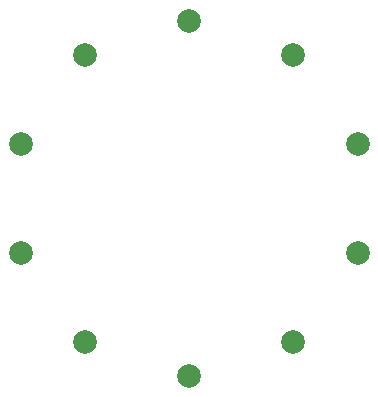
<source format=gbr>
%TF.GenerationSoftware,KiCad,Pcbnew,7.0.1*%
%TF.CreationDate,2023-04-25T20:04:54+01:00*%
%TF.ProjectId,BreakawayConnector_2,42726561-6b61-4776-9179-436f6e6e6563,rev?*%
%TF.SameCoordinates,Original*%
%TF.FileFunction,Paste,Top*%
%TF.FilePolarity,Positive*%
%FSLAX46Y46*%
G04 Gerber Fmt 4.6, Leading zero omitted, Abs format (unit mm)*
G04 Created by KiCad (PCBNEW 7.0.1) date 2023-04-25 20:04:54*
%MOMM*%
%LPD*%
G01*
G04 APERTURE LIST*
%ADD10C,2.000000*%
G04 APERTURE END LIST*
D10*
%TO.C,J1*%
X100000000Y-115000000D03*
X91183200Y-112135300D03*
X85734200Y-104635300D03*
X85734200Y-95364700D03*
X91183200Y-87864700D03*
X100000000Y-85000000D03*
X108816800Y-87864700D03*
X114265800Y-95364700D03*
X114265800Y-104635300D03*
X108816800Y-112135300D03*
%TD*%
M02*

</source>
